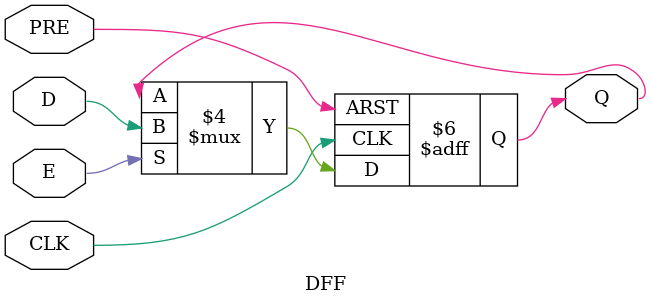
<source format=v>
module DFF (D,E,PRE,CLK,Q);
input D,E,PRE,CLK;
output reg Q;

always @ (posedge CLK or negedge PRE)
if (!PRE) Q=1;
else if (E) Q=D;
endmodule 
</source>
